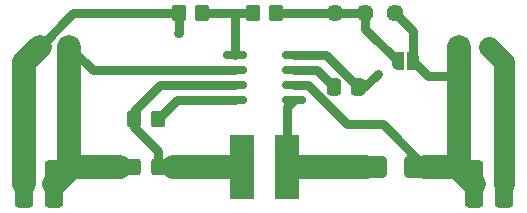
<source format=gtl>
%TF.GenerationSoftware,KiCad,Pcbnew,8.0.4*%
%TF.CreationDate,2025-01-19T17:40:16+00:00*%
%TF.ProjectId,33063_boost,33333036-335f-4626-9f6f-73742e6b6963,rev?*%
%TF.SameCoordinates,Original*%
%TF.FileFunction,Copper,L1,Top*%
%TF.FilePolarity,Positive*%
%FSLAX46Y46*%
G04 Gerber Fmt 4.6, Leading zero omitted, Abs format (unit mm)*
G04 Created by KiCad (PCBNEW 8.0.4) date 2025-01-19 17:40:16*
%MOMM*%
%LPD*%
G01*
G04 APERTURE LIST*
G04 Aperture macros list*
%AMRoundRect*
0 Rectangle with rounded corners*
0 $1 Rounding radius*
0 $2 $3 $4 $5 $6 $7 $8 $9 X,Y pos of 4 corners*
0 Add a 4 corners polygon primitive as box body*
4,1,4,$2,$3,$4,$5,$6,$7,$8,$9,$2,$3,0*
0 Add four circle primitives for the rounded corners*
1,1,$1+$1,$2,$3*
1,1,$1+$1,$4,$5*
1,1,$1+$1,$6,$7*
1,1,$1+$1,$8,$9*
0 Add four rect primitives between the rounded corners*
20,1,$1+$1,$2,$3,$4,$5,0*
20,1,$1+$1,$4,$5,$6,$7,0*
20,1,$1+$1,$6,$7,$8,$9,0*
20,1,$1+$1,$8,$9,$2,$3,0*%
%AMFreePoly0*
4,1,19,0.500000,-0.750000,0.000000,-0.750000,0.000000,-0.744911,-0.071157,-0.744911,-0.207708,-0.704816,-0.327430,-0.627875,-0.420627,-0.520320,-0.479746,-0.390866,-0.500000,-0.250000,-0.500000,0.250000,-0.479746,0.390866,-0.420627,0.520320,-0.327430,0.627875,-0.207708,0.704816,-0.071157,0.744911,0.000000,0.744911,0.000000,0.750000,0.500000,0.750000,0.500000,-0.750000,0.500000,-0.750000,
$1*%
%AMFreePoly1*
4,1,19,0.000000,0.744911,0.071157,0.744911,0.207708,0.704816,0.327430,0.627875,0.420627,0.520320,0.479746,0.390866,0.500000,0.250000,0.500000,-0.250000,0.479746,-0.390866,0.420627,-0.520320,0.327430,-0.627875,0.207708,-0.704816,0.071157,-0.744911,0.000000,-0.744911,0.000000,-0.750000,-0.500000,-0.750000,-0.500000,0.750000,0.000000,0.750000,0.000000,0.744911,0.000000,0.744911,
$1*%
G04 Aperture macros list end*
%TA.AperFunction,SMDPad,CuDef*%
%ADD10R,2.150000X5.500000*%
%TD*%
%TA.AperFunction,ComponentPad*%
%ADD11R,1.600000X1.600000*%
%TD*%
%TA.AperFunction,ComponentPad*%
%ADD12C,1.600000*%
%TD*%
%TA.AperFunction,SMDPad,CuDef*%
%ADD13RoundRect,0.250000X-0.350000X-0.450000X0.350000X-0.450000X0.350000X0.450000X-0.350000X0.450000X0*%
%TD*%
%TA.AperFunction,ComponentPad*%
%ADD14C,1.440000*%
%TD*%
%TA.AperFunction,SMDPad,CuDef*%
%ADD15RoundRect,0.250000X0.325000X0.450000X-0.325000X0.450000X-0.325000X-0.450000X0.325000X-0.450000X0*%
%TD*%
%TA.AperFunction,SMDPad,CuDef*%
%ADD16FreePoly0,180.000000*%
%TD*%
%TA.AperFunction,SMDPad,CuDef*%
%ADD17FreePoly1,180.000000*%
%TD*%
%TA.AperFunction,ComponentPad*%
%ADD18RoundRect,0.250000X-0.500000X-1.750000X0.500000X-1.750000X0.500000X1.750000X-0.500000X1.750000X0*%
%TD*%
%TA.AperFunction,SMDPad,CuDef*%
%ADD19RoundRect,0.250000X1.500000X0.650000X-1.500000X0.650000X-1.500000X-0.650000X1.500000X-0.650000X0*%
%TD*%
%TA.AperFunction,SMDPad,CuDef*%
%ADD20RoundRect,0.150000X0.825000X0.150000X-0.825000X0.150000X-0.825000X-0.150000X0.825000X-0.150000X0*%
%TD*%
%TA.AperFunction,SMDPad,CuDef*%
%ADD21RoundRect,0.250000X-0.337500X-0.475000X0.337500X-0.475000X0.337500X0.475000X-0.337500X0.475000X0*%
%TD*%
%TA.AperFunction,ViaPad*%
%ADD22C,0.600000*%
%TD*%
%TA.AperFunction,Conductor*%
%ADD23C,0.800000*%
%TD*%
%TA.AperFunction,Conductor*%
%ADD24C,2.000000*%
%TD*%
%TA.AperFunction,Conductor*%
%ADD25C,1.800000*%
%TD*%
G04 APERTURE END LIST*
D10*
%TO.P,L1,1,1*%
%TO.N,/Lin*%
X70575000Y-66500000D03*
%TO.P,L1,2,2*%
%TO.N,/Lout*%
X74425000Y-66500000D03*
%TD*%
D11*
%TO.P,C1,1*%
%TO.N,/Vin*%
X56000000Y-56350000D03*
D12*
%TO.P,C1,2*%
%TO.N,GND1*%
X53500000Y-56350000D03*
%TD*%
D13*
%TO.P,R4,1*%
%TO.N,/Lin*%
X61500000Y-62500000D03*
%TO.P,R4,2*%
%TO.N,Net-(U1-Dc)*%
X63500000Y-62500000D03*
%TD*%
D14*
%TO.P,RV1,1,1*%
%TO.N,Net-(JP1-B)*%
X78500000Y-53500000D03*
%TO.P,RV1,2,2*%
X81040000Y-53500000D03*
%TO.P,RV1,3,3*%
%TO.N,/Vout*%
X83580000Y-53500000D03*
%TD*%
D11*
%TO.P,C3,1*%
%TO.N,/Vout*%
X89000000Y-56350000D03*
D12*
%TO.P,C3,2*%
%TO.N,GND1*%
X91500000Y-56350000D03*
%TD*%
D13*
%TO.P,R1,1*%
%TO.N,GND1*%
X65230000Y-53530000D03*
%TO.P,R1,2*%
%TO.N,/Vfb*%
X67230000Y-53530000D03*
%TD*%
D15*
%TO.P,R3,1*%
%TO.N,/Lin*%
X63525000Y-66500000D03*
%TO.P,R3,2*%
%TO.N,/Vin*%
X61475000Y-66500000D03*
%TD*%
D16*
%TO.P,JP1,1,A*%
%TO.N,/Vout*%
X85090000Y-57570000D03*
D17*
%TO.P,JP1,2,B*%
%TO.N,Net-(JP1-B)*%
X83790000Y-57570000D03*
%TD*%
D18*
%TO.P,J2,1,Pin_1*%
%TO.N,/Vout*%
X90280000Y-68000000D03*
%TO.P,J2,2,Pin_2*%
%TO.N,GND1*%
X92820000Y-68000000D03*
%TD*%
D19*
%TO.P,D1,1,K*%
%TO.N,/Vout*%
X86090000Y-66500000D03*
%TO.P,D1,2,A*%
%TO.N,/Lout*%
X81090000Y-66500000D03*
%TD*%
D13*
%TO.P,R2,1*%
%TO.N,/Vfb*%
X71500000Y-53500000D03*
%TO.P,R2,2*%
%TO.N,Net-(JP1-B)*%
X73500000Y-53500000D03*
%TD*%
D20*
%TO.P,U1,1,Swc*%
%TO.N,/Lout*%
X74975000Y-60905000D03*
%TO.P,U1,2,Swe*%
%TO.N,/Vout*%
X74975000Y-59635000D03*
%TO.P,U1,3,Ct*%
%TO.N,/Ct*%
X74975000Y-58365000D03*
%TO.P,U1,4,GND*%
%TO.N,GND1*%
X74975000Y-57095000D03*
%TO.P,U1,5,Vfb*%
%TO.N,/Vfb*%
X70025000Y-57095000D03*
%TO.P,U1,6,Vcc*%
%TO.N,/Vin*%
X70025000Y-58365000D03*
%TO.P,U1,7,Ipk*%
%TO.N,/Lin*%
X70025000Y-59635000D03*
%TO.P,U1,8,Dc*%
%TO.N,Net-(U1-Dc)*%
X70025000Y-60905000D03*
%TD*%
D21*
%TO.P,C2,1*%
%TO.N,/Ct*%
X78365000Y-59780000D03*
%TO.P,C2,2*%
%TO.N,GND1*%
X80440000Y-59780000D03*
%TD*%
D18*
%TO.P,J1,1,Pin_1*%
%TO.N,GND1*%
X52180000Y-68000000D03*
%TO.P,J1,2,Pin_2*%
%TO.N,/Vin*%
X54720000Y-68000000D03*
%TD*%
D22*
%TO.N,GND1*%
X65220000Y-55200000D03*
X82080000Y-58630000D03*
%TD*%
D23*
%TO.N,Net-(U1-Dc)*%
X65095000Y-60905000D02*
X63500000Y-62500000D01*
X70025000Y-60905000D02*
X65095000Y-60905000D01*
%TO.N,GND1*%
X80440000Y-59780000D02*
X80930000Y-59780000D01*
X65230000Y-55190000D02*
X65220000Y-55200000D01*
X77755000Y-57095000D02*
X80440000Y-59780000D01*
X65230000Y-53530000D02*
X56320000Y-53530000D01*
D24*
X52180000Y-57670000D02*
X53500000Y-56350000D01*
X52180000Y-68000000D02*
X52180000Y-57670000D01*
D23*
X74975000Y-57095000D02*
X77755000Y-57095000D01*
D25*
X92820000Y-57670000D02*
X91500000Y-56350000D01*
X92820000Y-68000000D02*
X92820000Y-57670000D01*
D23*
X65230000Y-53530000D02*
X65230000Y-55190000D01*
X80930000Y-59780000D02*
X82080000Y-58630000D01*
X56320000Y-53530000D02*
X53500000Y-56350000D01*
D24*
%TO.N,/Vin*%
X56000000Y-66280000D02*
X56000000Y-56350000D01*
D23*
X58015000Y-58365000D02*
X56000000Y-56350000D01*
D24*
X56220000Y-66500000D02*
X60290000Y-66500000D01*
D23*
X61475000Y-66500000D02*
X60290000Y-66500000D01*
X70025000Y-58365000D02*
X58015000Y-58365000D01*
D24*
X56220000Y-66500000D02*
X56000000Y-66280000D01*
X56220000Y-66500000D02*
X54720000Y-68000000D01*
D23*
%TO.N,/Vout*%
X85090000Y-55010000D02*
X85090000Y-57570000D01*
D24*
X89000000Y-58810000D02*
X89000000Y-66280000D01*
D23*
X82510000Y-62920000D02*
X86090000Y-66500000D01*
X76198490Y-59635000D02*
X79483490Y-62920000D01*
D24*
X89000000Y-56350000D02*
X89000000Y-58810000D01*
X86090000Y-66500000D02*
X88780000Y-66500000D01*
D23*
X79483490Y-62920000D02*
X82510000Y-62920000D01*
X74975000Y-59635000D02*
X76198490Y-59635000D01*
X86330000Y-58810000D02*
X89000000Y-58810000D01*
D24*
X89000000Y-66280000D02*
X88780000Y-66500000D01*
D23*
X85090000Y-57570000D02*
X86330000Y-58810000D01*
D24*
X88780000Y-66500000D02*
X90280000Y-68000000D01*
D23*
X83580000Y-53500000D02*
X85090000Y-55010000D01*
%TO.N,/Ct*%
X76950000Y-58365000D02*
X78365000Y-59780000D01*
X74975000Y-58365000D02*
X76950000Y-58365000D01*
%TO.N,/Lout*%
X74425000Y-66500000D02*
X74425000Y-61455000D01*
X74425000Y-61455000D02*
X74975000Y-60905000D01*
D24*
X81090000Y-66500000D02*
X74425000Y-66500000D01*
D23*
%TO.N,/Lin*%
X61500000Y-61800000D02*
X63665000Y-59635000D01*
X63525000Y-66500000D02*
X63525000Y-65145000D01*
X63665000Y-59635000D02*
X70025000Y-59635000D01*
D24*
X70575000Y-66500000D02*
X64770000Y-66500000D01*
D23*
X63525000Y-66500000D02*
X64770000Y-66500000D01*
X63525000Y-65145000D02*
X61500000Y-63120000D01*
X61500000Y-62500000D02*
X61500000Y-61800000D01*
X61500000Y-63120000D02*
X61500000Y-62500000D01*
%TO.N,/Vfb*%
X70025000Y-53625000D02*
X70120000Y-53530000D01*
X71470000Y-53530000D02*
X71500000Y-53500000D01*
X70025000Y-57095000D02*
X70025000Y-53625000D01*
X70120000Y-53530000D02*
X71470000Y-53530000D01*
X67230000Y-53530000D02*
X70120000Y-53530000D01*
%TO.N,Net-(JP1-B)*%
X81040000Y-53500000D02*
X81040000Y-54820000D01*
X73500000Y-53500000D02*
X78500000Y-53500000D01*
X81040000Y-54820000D02*
X83790000Y-57570000D01*
X78500000Y-53500000D02*
X81040000Y-53500000D01*
%TD*%
M02*

</source>
